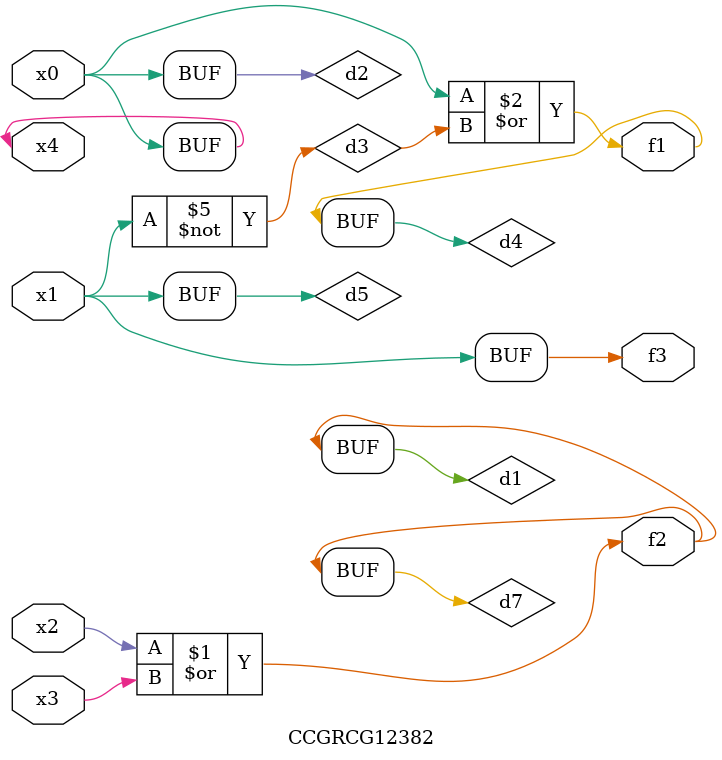
<source format=v>
module CCGRCG12382(
	input x0, x1, x2, x3, x4,
	output f1, f2, f3
);

	wire d1, d2, d3, d4, d5, d6, d7;

	or (d1, x2, x3);
	buf (d2, x0, x4);
	not (d3, x1);
	or (d4, d2, d3);
	not (d5, d3);
	nand (d6, d1, d3);
	or (d7, d1);
	assign f1 = d4;
	assign f2 = d7;
	assign f3 = d5;
endmodule

</source>
